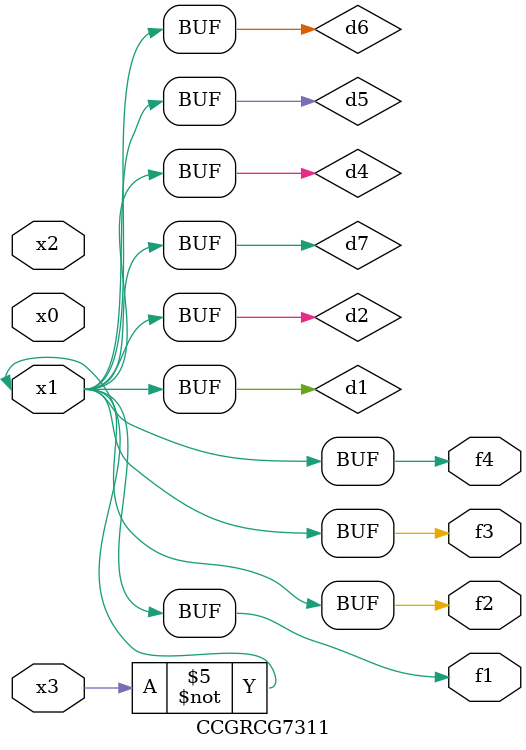
<source format=v>
module CCGRCG7311(
	input x0, x1, x2, x3,
	output f1, f2, f3, f4
);

	wire d1, d2, d3, d4, d5, d6, d7;

	not (d1, x3);
	buf (d2, x1);
	xnor (d3, d1, d2);
	nor (d4, d1);
	buf (d5, d1, d2);
	buf (d6, d4, d5);
	nand (d7, d4);
	assign f1 = d6;
	assign f2 = d7;
	assign f3 = d6;
	assign f4 = d6;
endmodule

</source>
